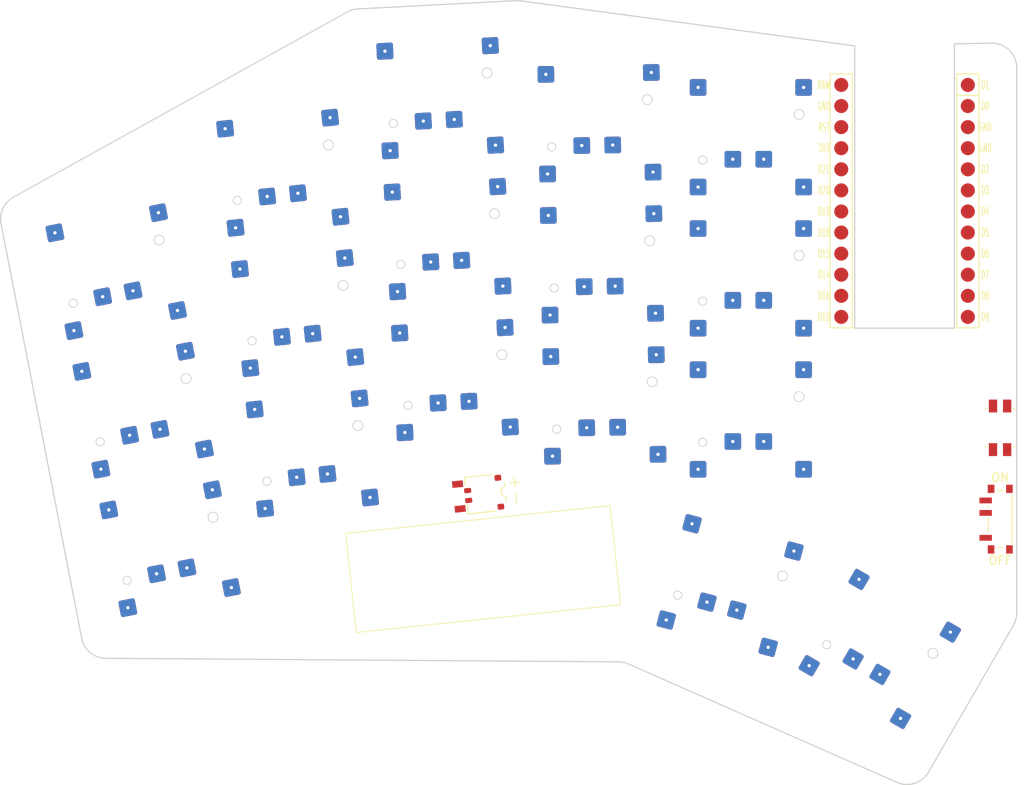
<source format=kicad_pcb>
(kicad_pcb (version 20240108) (generator "ergogen") (generator_version "4.1.0")
  (title_block (title "slimsplaydy_left_unrouted") (date "2025-05-27") (rev "v1.0.0") (company "Unknown"))
  (layers (0 "F.Cu" signal) (31 "B.Cu" signal) (34 "B.Paste" user) (35 "F.Paste" user) (36 "B.SilkS" user "B.Silkscreen") (37 "F.SilkS" user "F.Silkscreen") (38 "B.Mask" user) (39 "F.Mask" user) (44 "Edge.Cuts" user))
  (net 0 "")
  (net 1 "hand_pinky_bottom")
  (net 2 "GND")
  (net 3 "hand_pinky_home")
  (net 4 "hand_pinky_top")
  (net 5 "hand_ring_bottom")
  (net 6 "hand_ring_home")
  (net 7 "hand_ring_top")
  (net 8 "hand_middle_bottom")
  (net 9 "hand_middle_home")
  (net 10 "hand_middle_top")
  (net 11 "hand_index_bottom")
  (net 12 "hand_index_home")
  (net 13 "hand_index_top")
  (net 14 "hand_inner_bottom")
  (net 15 "hand_inner_home")
  (net 16 "hand_inner_top")
  (net 17 "thumb_near_fan")
  (net 18 "thumb_far_fan")
  (net 19 "RAW")
  (net 20 "RST")
  (net 21 "3V3")
  (net 22 "D1")
  (net 23 "P101")
  (net 24 "P102")
  (net 25 "P107")
  (net 26 "MCU1_24")
  (net 27 "MCU1_1")
  (net 28 "MCU1_23")
  (net 29 "MCU1_2")
  (net 30 "MCU1_22")
  (net 31 "MCU1_3")
  (net 32 "MCU1_21")
  (net 33 "MCU1_4")
  (net 34 "MCU1_20")
  (net 35 "MCU1_5")
  (net 36 "MCU1_19")
  (net 37 "MCU1_6")
  (net 38 "MCU1_18")
  (net 39 "MCU1_7")
  (net 40 "MCU1_17")
  (net 41 "MCU1_8")
  (net 42 "MCU1_16")
  (net 43 "MCU1_9")
  (net 44 "MCU1_15")
  (net 45 "MCU1_10")
  (net 46 "MCU1_14")
  (net 47 "MCU1_11")
  (net 48 "MCU1_13")
  (net 49 "MCU1_12")
  (net 50 "BAT_P")
  (footprint "PG1316S" (at 0 0 11) (layer "F.Cu")
    (property "Reference" "S1" hide)
    (fp_circle (center -5.8 2.75) (end -5.3 2.75) (stroke (width 0.1)) (fill none) (layer "Edge.Cuts"))
    (fp_circle (center 5.8 -2.75) (end 6.4 -2.75) (stroke (width 0.1)) (fill none) (layer "Edge.Cuts"))
    (pad "1" thru_hole roundrect (at -2.175 2.65 11) (size 2 2) (drill 0.4) (layers "F.Cu" "F.Paste" "F.Mask") (roundrect_rratio 0.125) (net 1 "hand_pinky_bottom"))
    (pad "2" thru_hole roundrect (at 1.55 2.65 11) (size 2 2) (drill 0.4) (layers "F.Cu" "F.Paste" "F.Mask") (roundrect_rratio 0.125) (net 2 "GND"))
    (pad "3" thru_hole roundrect (at -6.35 -6 11) (size 2 2) (drill 0.4) (layers "F.Cu" "F.Paste" "F.Mask") (roundrect_rratio 0.125))
    (pad "3" thru_hole roundrect (at -6.35 6 11) (size 2 2) (drill 0.4) (layers "F.Cu" "F.Paste" "F.Mask") (roundrect_rratio 0.125))
    (pad "3" thru_hole roundrect (at 6.35 -6 11) (size 2 2) (drill 0.4) (layers "F.Cu" "F.Paste" "F.Mask") (roundrect_rratio 0.125))
    (pad "3" thru_hole roundrect (at 6.35 6 11) (size 2 2) (drill 0.4) (layers "F.Cu" "F.Paste" "F.Mask") (roundrect_rratio 0.125))
  )
  (footprint "PG1316S" (at -3.2437529 -16.6876621 11) (layer "F.Cu")
    (property "Reference" "S2" hide)
    (fp_circle (center -5.8 2.75) (end -5.3 2.75) (stroke (width 0.1)) (fill none) (layer "Edge.Cuts"))
    (fp_circle (center 5.8 -2.75) (end 6.4 -2.75) (stroke (width 0.1)) (fill none) (layer "Edge.Cuts"))
    (pad "1" thru_hole roundrect (at -2.175 2.65 11) (size 2 2) (drill 0.4) (layers "F.Cu" "F.Paste" "F.Mask") (roundrect_rratio 0.125) (net 3 "hand_pinky_home"))
    (pad "2" thru_hole roundrect (at 1.55 2.65 11) (size 2 2) (drill 0.4) (layers "F.Cu" "F.Paste" "F.Mask") (roundrect_rratio 0.125) (net 2 "GND"))
    (pad "3" thru_hole roundrect (at -6.35 -6 11) (size 2 2) (drill 0.4) (layers "F.Cu" "F.Paste" "F.Mask") (roundrect_rratio 0.125))
    (pad "3" thru_hole roundrect (at -6.35 6 11) (size 2 2) (drill 0.4) (layers "F.Cu" "F.Paste" "F.Mask") (roundrect_rratio 0.125))
    (pad "3" thru_hole roundrect (at 6.35 -6 11) (size 2 2) (drill 0.4) (layers "F.Cu" "F.Paste" "F.Mask") (roundrect_rratio 0.125))
    (pad "3" thru_hole roundrect (at 6.35 6 11) (size 2 2) (drill 0.4) (layers "F.Cu" "F.Paste" "F.Mask") (roundrect_rratio 0.125))
  )
  (footprint "PG1316S" (at -6.4875058 -33.3753242 11) (layer "F.Cu")
    (property "Reference" "S3" hide)
    (fp_circle (center -5.8 2.75) (end -5.3 2.75) (stroke (width 0.1)) (fill none) (layer "Edge.Cuts"))
    (fp_circle (center 5.8 -2.75) (end 6.4 -2.75) (stroke (width 0.1)) (fill none) (layer "Edge.Cuts"))
    (pad "1" thru_hole roundrect (at -2.175 2.65 11) (size 2 2) (drill 0.4) (layers "F.Cu" "F.Paste" "F.Mask") (roundrect_rratio 0.125) (net 4 "hand_pinky_top"))
    (pad "2" thru_hole roundrect (at 1.55 2.65 11) (size 2 2) (drill 0.4) (layers "F.Cu" "F.Paste" "F.Mask") (roundrect_rratio 0.125) (net 2 "GND"))
    (pad "3" thru_hole roundrect (at -6.35 -6 11) (size 2 2) (drill 0.4) (layers "F.Cu" "F.Paste" "F.Mask") (roundrect_rratio 0.125))
    (pad "3" thru_hole roundrect (at -6.35 6 11) (size 2 2) (drill 0.4) (layers "F.Cu" "F.Paste" "F.Mask") (roundrect_rratio 0.125))
    (pad "3" thru_hole roundrect (at 6.35 -6 11) (size 2 2) (drill 0.4) (layers "F.Cu" "F.Paste" "F.Mask") (roundrect_rratio 0.125))
    (pad "3" thru_hole roundrect (at 6.35 6 11) (size 2 2) (drill 0.4) (layers "F.Cu" "F.Paste" "F.Mask") (roundrect_rratio 0.125))
  )
  (footprint "PG1316S" (at 17.1244445 -11.4783884 6) (layer "F.Cu")
    (property "Reference" "S4" hide)
    (fp_circle (center -5.8 2.75) (end -5.3 2.75) (stroke (width 0.1)) (fill none) (layer "Edge.Cuts"))
    (fp_circle (center 5.8 -2.75) (end 6.4 -2.75) (stroke (width 0.1)) (fill none) (layer "Edge.Cuts"))
    (pad "1" thru_hole roundrect (at -2.175 2.65 6) (size 2 2) (drill 0.4) (layers "F.Cu" "F.Paste" "F.Mask") (roundrect_rratio 0.125) (net 5 "hand_ring_bottom"))
    (pad "2" thru_hole roundrect (at 1.55 2.65 6) (size 2 2) (drill 0.4) (layers "F.Cu" "F.Paste" "F.Mask") (roundrect_rratio 0.125) (net 2 "GND"))
    (pad "3" thru_hole roundrect (at -6.35 -6 6) (size 2 2) (drill 0.4) (layers "F.Cu" "F.Paste" "F.Mask") (roundrect_rratio 0.125))
    (pad "3" thru_hole roundrect (at -6.35 6 6) (size 2 2) (drill 0.4) (layers "F.Cu" "F.Paste" "F.Mask") (roundrect_rratio 0.125))
    (pad "3" thru_hole roundrect (at 6.35 -6 6) (size 2 2) (drill 0.4) (layers "F.Cu" "F.Paste" "F.Mask") (roundrect_rratio 0.125))
    (pad "3" thru_hole roundrect (at 6.35 6 6) (size 2 2) (drill 0.4) (layers "F.Cu" "F.Paste" "F.Mask") (roundrect_rratio 0.125))
  )
  (footprint "PG1316S" (at 15.3474606 -28.3852606 6) (layer "F.Cu")
    (property "Reference" "S5" hide)
    (fp_circle (center -5.8 2.75) (end -5.3 2.75) (stroke (width 0.1)) (fill none) (layer "Edge.Cuts"))
    (fp_circle (center 5.8 -2.75) (end 6.4 -2.75) (stroke (width 0.1)) (fill none) (layer "Edge.Cuts"))
    (pad "1" thru_hole roundrect (at -2.175 2.65 6) (size 2 2) (drill 0.4) (layers "F.Cu" "F.Paste" "F.Mask") (roundrect_rratio 0.125) (net 6 "hand_ring_home"))
    (pad "2" thru_hole roundrect (at 1.55 2.65 6) (size 2 2) (drill 0.4) (layers "F.Cu" "F.Paste" "F.Mask") (roundrect_rratio 0.125) (net 2 "GND"))
    (pad "3" thru_hole roundrect (at -6.35 -6 6) (size 2 2) (drill 0.4) (layers "F.Cu" "F.Paste" "F.Mask") (roundrect_rratio 0.125))
    (pad "3" thru_hole roundrect (at -6.35 6 6) (size 2 2) (drill 0.4) (layers "F.Cu" "F.Paste" "F.Mask") (roundrect_rratio 0.125))
    (pad "3" thru_hole roundrect (at 6.35 -6 6) (size 2 2) (drill 0.4) (layers "F.Cu" "F.Paste" "F.Mask") (roundrect_rratio 0.125))
    (pad "3" thru_hole roundrect (at 6.35 6 6) (size 2 2) (drill 0.4) (layers "F.Cu" "F.Paste" "F.Mask") (roundrect_rratio 0.125))
  )
  (footprint "PG1316S" (at 13.5704767 -45.2921329 6) (layer "F.Cu")
    (property "Reference" "S6" hide)
    (fp_circle (center -5.8 2.75) (end -5.3 2.75) (stroke (width 0.1)) (fill none) (layer "Edge.Cuts"))
    (fp_circle (center 5.8 -2.75) (end 6.4 -2.75) (stroke (width 0.1)) (fill none) (layer "Edge.Cuts"))
    (pad "1" thru_hole roundrect (at -2.175 2.65 6) (size 2 2) (drill 0.4) (layers "F.Cu" "F.Paste" "F.Mask") (roundrect_rratio 0.125) (net 7 "hand_ring_top"))
    (pad "2" thru_hole roundrect (at 1.55 2.65 6) (size 2 2) (drill 0.4) (layers "F.Cu" "F.Paste" "F.Mask") (roundrect_rratio 0.125) (net 2 "GND"))
    (pad "3" thru_hole roundrect (at -6.35 -6 6) (size 2 2) (drill 0.4) (layers "F.Cu" "F.Paste" "F.Mask") (roundrect_rratio 0.125))
    (pad "3" thru_hole roundrect (at -6.35 6 6) (size 2 2) (drill 0.4) (layers "F.Cu" "F.Paste" "F.Mask") (roundrect_rratio 0.125))
    (pad "3" thru_hole roundrect (at 6.35 -6 6) (size 2 2) (drill 0.4) (layers "F.Cu" "F.Paste" "F.Mask") (roundrect_rratio 0.125))
    (pad "3" thru_hole roundrect (at 6.35 6 6) (size 2 2) (drill 0.4) (layers "F.Cu" "F.Paste" "F.Mask") (roundrect_rratio 0.125))
  )
  (footprint "PG1316S" (at 34.2941394 -20.321554 3) (layer "F.Cu")
    (property "Reference" "S7" hide)
    (fp_circle (center -5.8 2.75) (end -5.3 2.75) (stroke (width 0.1)) (fill none) (layer "Edge.Cuts"))
    (fp_circle (center 5.8 -2.75) (end 6.4 -2.75) (stroke (width 0.1)) (fill none) (layer "Edge.Cuts"))
    (pad "1" thru_hole roundrect (at -2.175 2.65 3) (size 2 2) (drill 0.4) (layers "F.Cu" "F.Paste" "F.Mask") (roundrect_rratio 0.125) (net 8 "hand_middle_bottom"))
    (pad "2" thru_hole roundrect (at 1.55 2.65 3) (size 2 2) (drill 0.4) (layers "F.Cu" "F.Paste" "F.Mask") (roundrect_rratio 0.125) (net 2 "GND"))
    (pad "3" thru_hole roundrect (at -6.35 -6 3) (size 2 2) (drill 0.4) (layers "F.Cu" "F.Paste" "F.Mask") (roundrect_rratio 0.125))
    (pad "3" thru_hole roundrect (at -6.35 6 3) (size 2 2) (drill 0.4) (layers "F.Cu" "F.Paste" "F.Mask") (roundrect_rratio 0.125))
    (pad "3" thru_hole roundrect (at 6.35 -6 3) (size 2 2) (drill 0.4) (layers "F.Cu" "F.Paste" "F.Mask") (roundrect_rratio 0.125))
    (pad "3" thru_hole roundrect (at 6.35 6 3) (size 2 2) (drill 0.4) (layers "F.Cu" "F.Paste" "F.Mask") (roundrect_rratio 0.125))
  )
  (footprint "PG1316S" (at 33.4044282 -37.2982561 3) (layer "F.Cu")
    (property "Reference" "S8" hide)
    (fp_circle (center -5.8 2.75) (end -5.3 2.75) (stroke (width 0.1)) (fill none) (layer "Edge.Cuts"))
    (fp_circle (center 5.8 -2.75) (end 6.4 -2.75) (stroke (width 0.1)) (fill none) (layer "Edge.Cuts"))
    (pad "1" thru_hole roundrect (at -2.175 2.65 3) (size 2 2) (drill 0.4) (layers "F.Cu" "F.Paste" "F.Mask") (roundrect_rratio 0.125) (net 9 "hand_middle_home"))
    (pad "2" thru_hole roundrect (at 1.55 2.65 3) (size 2 2) (drill 0.4) (layers "F.Cu" "F.Paste" "F.Mask") (roundrect_rratio 0.125) (net 2 "GND"))
    (pad "3" thru_hole roundrect (at -6.35 -6 3) (size 2 2) (drill 0.4) (layers "F.Cu" "F.Paste" "F.Mask") (roundrect_rratio 0.125))
    (pad "3" thru_hole roundrect (at -6.35 6 3) (size 2 2) (drill 0.4) (layers "F.Cu" "F.Paste" "F.Mask") (roundrect_rratio 0.125))
    (pad "3" thru_hole roundrect (at 6.35 -6 3) (size 2 2) (drill 0.4) (layers "F.Cu" "F.Paste" "F.Mask") (roundrect_rratio 0.125))
    (pad "3" thru_hole roundrect (at 6.35 6 3) (size 2 2) (drill 0.4) (layers "F.Cu" "F.Paste" "F.Mask") (roundrect_rratio 0.125))
  )
  (footprint "PG1316S" (at 32.5147169 -54.2749582 3) (layer "F.Cu")
    (property "Reference" "S9" hide)
    (fp_circle (center -5.8 2.75) (end -5.3 2.75) (stroke (width 0.1)) (fill none) (layer "Edge.Cuts"))
    (fp_circle (center 5.8 -2.75) (end 6.4 -2.75) (stroke (width 0.1)) (fill none) (layer "Edge.Cuts"))
    (pad "1" thru_hole roundrect (at -2.175 2.65 3) (size 2 2) (drill 0.4) (layers "F.Cu" "F.Paste" "F.Mask") (roundrect_rratio 0.125) (net 10 "hand_middle_top"))
    (pad "2" thru_hole roundrect (at 1.55 2.65 3) (size 2 2) (drill 0.4) (layers "F.Cu" "F.Paste" "F.Mask") (roundrect_rratio 0.125) (net 2 "GND"))
    (pad "3" thru_hole roundrect (at -6.35 -6 3) (size 2 2) (drill 0.4) (layers "F.Cu" "F.Paste" "F.Mask") (roundrect_rratio 0.125))
    (pad "3" thru_hole roundrect (at -6.35 6 3) (size 2 2) (drill 0.4) (layers "F.Cu" "F.Paste" "F.Mask") (roundrect_rratio 0.125))
    (pad "3" thru_hole roundrect (at 6.35 -6 3) (size 2 2) (drill 0.4) (layers "F.Cu" "F.Paste" "F.Mask") (roundrect_rratio 0.125))
    (pad "3" thru_hole roundrect (at 6.35 6 3) (size 2 2) (drill 0.4) (layers "F.Cu" "F.Paste" "F.Mask") (roundrect_rratio 0.125))
  )
  (footprint "PG1316S" (at 52.279089 -17.2586158 1) (layer "F.Cu")
    (property "Reference" "S10" hide)
    (fp_circle (center -5.8 2.75) (end -5.3 2.75) (stroke (width 0.1)) (fill none) (layer "Edge.Cuts"))
    (fp_circle (center 5.8 -2.75) (end 6.4 -2.75) (stroke (width 0.1)) (fill none) (layer "Edge.Cuts"))
    (pad "1" thru_hole roundrect (at -2.175 2.65 1) (size 2 2) (drill 0.4) (layers "F.Cu" "F.Paste" "F.Mask") (roundrect_rratio 0.125) (net 11 "hand_index_bottom"))
    (pad "2" thru_hole roundrect (at 1.55 2.65 1) (size 2 2) (drill 0.4) (layers "F.Cu" "F.Paste" "F.Mask") (roundrect_rratio 0.125) (net 2 "GND"))
    (pad "3" thru_hole roundrect (at -6.35 -6 1) (size 2 2) (drill 0.4) (layers "F.Cu" "F.Paste" "F.Mask") (roundrect_rratio 0.125))
    (pad "3" thru_hole roundrect (at -6.35 6 1) (size 2 2) (drill 0.4) (layers "F.Cu" "F.Paste" "F.Mask") (roundrect_rratio 0.125))
    (pad "3" thru_hole roundrect (at 6.35 -6 1) (size 2 2) (drill 0.4) (layers "F.Cu" "F.Paste" "F.Mask") (roundrect_rratio 0.125))
    (pad "3" thru_hole roundrect (at 6.35 6 1) (size 2 2) (drill 0.4) (layers "F.Cu" "F.Paste" "F.Mask") (roundrect_rratio 0.125))
  )
  (footprint "PG1316S" (at 51.982398 -34.2560266 1) (layer "F.Cu")
    (property "Reference" "S11" hide)
    (fp_circle (center -5.8 2.75) (end -5.3 2.75) (stroke (width 0.1)) (fill none) (layer "Edge.Cuts"))
    (fp_circle (center 5.8 -2.75) (end 6.4 -2.75) (stroke (width 0.1)) (fill none) (layer "Edge.Cuts"))
    (pad "1" thru_hole roundrect (at -2.175 2.65 1) (size 2 2) (drill 0.4) (layers "F.Cu" "F.Paste" "F.Mask") (roundrect_rratio 0.125) (net 12 "hand_index_home"))
    (pad "2" thru_hole roundrect (at 1.55 2.65 1) (size 2 2) (drill 0.4) (layers "F.Cu" "F.Paste" "F.Mask") (roundrect_rratio 0.125) (net 2 "GND"))
    (pad "3" thru_hole roundrect (at -6.35 -6 1) (size 2 2) (drill 0.4) (layers "F.Cu" "F.Paste" "F.Mask") (roundrect_rratio 0.125))
    (pad "3" thru_hole roundrect (at -6.35 6 1) (size 2 2) (drill 0.4) (layers "F.Cu" "F.Paste" "F.Mask") (roundrect_rratio 0.125))
    (pad "3" thru_hole roundrect (at 6.35 -6 1) (size 2 2) (drill 0.4) (layers "F.Cu" "F.Paste" "F.Mask") (roundrect_rratio 0.125))
    (pad "3" thru_hole roundrect (at 6.35 6 1) (size 2 2) (drill 0.4) (layers "F.Cu" "F.Paste" "F.Mask") (roundrect_rratio 0.125))
  )
  (footprint "PG1316S" (at 51.6857071 -51.2534375 1) (layer "F.Cu")
    (property "Reference" "S12" hide)
    (fp_circle (center -5.8 2.75) (end -5.3 2.75) (stroke (width 0.1)) (fill none) (layer "Edge.Cuts"))
    (fp_circle (center 5.8 -2.75) (end 6.4 -2.75) (stroke (width 0.1)) (fill none) (layer "Edge.Cuts"))
    (pad "1" thru_hole roundrect (at -2.175 2.65 1) (size 2 2) (drill 0.4) (layers "F.Cu" "F.Paste" "F.Mask") (roundrect_rratio 0.125) (net 13 "hand_index_top"))
    (pad "2" thru_hole roundrect (at 1.55 2.65 1) (size 2 2) (drill 0.4) (layers "F.Cu" "F.Paste" "F.Mask") (roundrect_rratio 0.125) (net 2 "GND"))
    (pad "3" thru_hole roundrect (at -6.35 -6 1) (size 2 2) (drill 0.4) (layers "F.Cu" "F.Paste" "F.Mask") (roundrect_rratio 0.125))
    (pad "3" thru_hole roundrect (at -6.35 6 1) (size 2 2) (drill 0.4) (layers "F.Cu" "F.Paste" "F.Mask") (roundrect_rratio 0.125))
    (pad "3" thru_hole roundrect (at 6.35 -6 1) (size 2 2) (drill 0.4) (layers "F.Cu" "F.Paste" "F.Mask") (roundrect_rratio 0.125))
    (pad "3" thru_hole roundrect (at 6.35 6 1) (size 2 2) (drill 0.4) (layers "F.Cu" "F.Paste" "F.Mask") (roundrect_rratio 0.125))
  )
  (footprint "PG1316S" (at 69.9113132 -15.5660828 0) (layer "F.Cu")
    (property "Reference" "S13" hide)
    (fp_circle (center -5.8 2.75) (end -5.3 2.75) (stroke (width 0.1)) (fill none) (layer "Edge.Cuts"))
    (fp_circle (center 5.8 -2.75) (end 6.4 -2.75) (stroke (width 0.1)) (fill none) (layer "Edge.Cuts"))
    (pad "1" thru_hole roundrect (at -2.175 2.65 0) (size 2 2) (drill 0.4) (layers "F.Cu" "F.Paste" "F.Mask") (roundrect_rratio 0.125) (net 14 "hand_inner_bottom"))
    (pad "2" thru_hole roundrect (at 1.55 2.65 0) (size 2 2) (drill 0.4) (layers "F.Cu" "F.Paste" "F.Mask") (roundrect_rratio 0.125) (net 2 "GND"))
    (pad "3" thru_hole roundrect (at -6.35 -6 0) (size 2 2) (drill 0.4) (layers "F.Cu" "F.Paste" "F.Mask") (roundrect_rratio 0.125))
    (pad "3" thru_hole roundrect (at -6.35 6 0) (size 2 2) (drill 0.4) (layers "F.Cu" "F.Paste" "F.Mask") (roundrect_rratio 0.125))
    (pad "3" thru_hole roundrect (at 6.35 -6 0) (size 2 2) (drill 0.4) (layers "F.Cu" "F.Paste" "F.Mask") (roundrect_rratio 0.125))
    (pad "3" thru_hole roundrect (at 6.35 6 0) (size 2 2) (drill 0.4) (layers "F.Cu" "F.Paste" "F.Mask") (roundrect_rratio 0.125))
  )
  (footprint "PG1316S" (at 69.9113132 -32.5660828 0) (layer "F.Cu")
    (property "Reference" "S14" hide)
    (fp_circle (center -5.8 2.75) (end -5.3 2.75) (stroke (width 0.1)) (fill none) (layer "Edge.Cuts"))
    (fp_circle (center 5.8 -2.75) (end 6.4 -2.75) (stroke (width 0.1)) (fill none) (layer "Edge.Cuts"))
    (pad "1" thru_hole roundrect (at -2.175 2.65 0) (size 2 2) (drill 0.4) (layers "F.Cu" "F.Paste" "F.Mask") (roundrect_rratio 0.125) (net 15 "hand_inner_home"))
    (pad "2" thru_hole roundrect (at 1.55 2.65 0) (size 2 2) (drill 0.4) (layers "F.Cu" "F.Paste" "F.Mask") (roundrect_rratio 0.125) (net 2 "GND"))
    (pad "3" thru_hole roundrect (at -6.35 -6 0) (size 2 2) (drill 0.4) (layers "F.Cu" "F.Paste" "F.Mask") (roundrect_rratio 0.125))
    (pad "3" thru_hole roundrect (at -6.35 6 0) (size 2 2) (drill 0.4) (layers "F.Cu" "F.Paste" "F.Mask") (roundrect_rratio 0.125))
    (pad "3" thru_hole roundrect (at 6.35 -6 0) (size 2 2) (drill 0.4) (layers "F.Cu" "F.Paste" "F.Mask") (roundrect_rratio 0.125))
    (pad "3" thru_hole roundrect (at 6.35 6 0) (size 2 2) (drill 0.4) (layers "F.Cu" "F.Paste" "F.Mask") (roundrect_rratio 0.125))
  )
  (footprint "PG1316S" (at 69.9113132 -49.5660828 0) (layer "F.Cu")
    (property "Reference" "S15" hide)
    (fp_circle (center -5.8 2.75) (end -5.3 2.75) (stroke (width 0.1)) (fill none) (layer "Edge.Cuts"))
    (fp_circle (center 5.8 -2.75) (end 6.4 -2.75) (stroke (width 0.1)) (fill none) (layer "Edge.Cuts"))
    (pad "1" thru_hole roundrect (at -2.175 2.65 0) (size 2 2) (drill 0.4) (layers "F.Cu" "F.Paste" "F.Mask") (roundrect_rratio 0.125) (net 16 "hand_inner_top"))
    (pad "2" thru_hole roundrect (at 1.55 2.65 0) (size 2 2) (drill 0.4) (layers "F.Cu" "F.Paste" "F.Mask") (roundrect_rratio 0.125) (net 2 "GND"))
    (pad "3" thru_hole roundrect (at -6.35 -6 0) (size 2 2) (drill 0.4) (layers "F.Cu" "F.Paste" "F.Mask") (roundrect_rratio 0.125))
    (pad "3" thru_hole roundrect (at -6.35 6 0) (size 2 2) (drill 0.4) (layers "F.Cu" "F.Paste" "F.Mask") (roundrect_rratio 0.125))
    (pad "3" thru_hole roundrect (at 6.35 -6 0) (size 2 2) (drill 0.4) (layers "F.Cu" "F.Paste" "F.Mask") (roundrect_rratio 0.125))
    (pad "3" thru_hole roundrect (at 6.35 6 0) (size 2 2) (drill 0.4) (layers "F.Cu" "F.Paste" "F.Mask") (roundrect_rratio 0.125))
  )
  (footprint "PG1316S" (at 67.4113132 4.4339172 -15) (layer "F.Cu")
    (property "Reference" "S16" hide)
    (fp_circle (center -5.8 2.75) (end -5.3 2.75) (stroke (width 0.1)) (fill none) (layer "Edge.Cuts"))
    (fp_circle (center 5.8 -2.75) (end 6.4 -2.75) (stroke (width 0.1)) (fill none) (layer "Edge.Cuts"))
    (pad "1" thru_hole roundrect (at -2.175 2.65 -15) (size 2 2) (drill 0.4) (layers "F.Cu" "F.Paste" "F.Mask") (roundrect_rratio 0.125) (net 17 "thumb_near_fan"))
    (pad "2" thru_hole roundrect (at 1.55 2.65 -15) (size 2 2) (drill 0.4) (layers "F.Cu" "F.Paste" "F.Mask") (roundrect_rratio 0.125) (net 2 "GND"))
    (pad "3" thru_hole roundrect (at -6.35 -6 -15) (size 2 2) (drill 0.4) (layers "F.Cu" "F.Paste" "F.Mask") (roundrect_rratio 0.125))
    (pad "3" thru_hole roundrect (at -6.35 6 -15) (size 2 2) (drill 0.4) (layers "F.Cu" "F.Paste" "F.Mask") (roundrect_rratio 0.125))
    (pad "3" thru_hole roundrect (at 6.35 -6 -15) (size 2 2) (drill 0.4) (layers "F.Cu" "F.Paste" "F.Mask") (roundrect_rratio 0.125))
    (pad "3" thru_hole roundrect (at 6.35 6 -15) (size 2 2) (drill 0.4) (layers "F.Cu" "F.Paste" "F.Mask") (roundrect_rratio 0.125))
  )
  (footprint "PG1316S" (at 85.4301285 12.0658917 -30) (layer "F.Cu")
    (property "Reference" "S17" hide)
    (fp_circle (center -5.8 2.75) (end -5.3 2.75) (stroke (width 0.1)) (fill none) (layer "Edge.Cuts"))
    (fp_circle (center 5.8 -2.75) (end 6.4 -2.75) (stroke (width 0.1)) (fill none) (layer "Edge.Cuts"))
    (pad "1" thru_hole roundrect (at -2.175 2.65 -30) (size 2 2) (drill 0.4) (layers "F.Cu" "F.Paste" "F.Mask") (roundrect_rratio 0.125) (net 18 "thumb_far_fan"))
    (pad "2" thru_hole roundrect (at 1.55 2.65 -30) (size 2 2) (drill 0.4) (layers "F.Cu" "F.Paste" "F.Mask") (roundrect_rratio 0.125) (net 2 "GND"))
    (pad "3" thru_hole roundrect (at -6.35 -6 -30) (size 2 2) (drill 0.4) (layers "F.Cu" "F.Paste" "F.Mask") (roundrect_rratio 0.125))
    (pad "3" thru_hole roundrect (at -6.35 6 -30) (size 2 2) (drill 0.4) (layers "F.Cu" "F.Paste" "F.Mask") (roundrect_rratio 0.125))
    (pad "3" thru_hole roundrect (at 6.35 -6 -30) (size 2 2) (drill 0.4) (layers "F.Cu" "F.Paste" "F.Mask") (roundrect_rratio 0.125))
    (pad "3" thru_hole roundrect (at 6.35 6 -30) (size 2 2) (drill 0.4) (layers "F.Cu" "F.Paste" "F.Mask") (roundrect_rratio 0.125))
  )
  (footprint "ceoloide:mcu_nice_nano" (layer "F.Cu") (at 88.4113132 -43.1660828 0)
    (property "Reference" "MCU1" hide)
    (pad "24" smd circle (at -7.62 -12.7 0) (size 1.7 1.7) (drill 1) (layers "F.Cu" "F.Mask" "F.Paste") (net 19 "RAW"))
    (pad "1" smd circle (at 7.62 -12.7 0) (size 1.7 1.7) (drill 1) (layers "F.Cu" "F.Mask" "F.Paste") (net 22 "D1"))
    (fp_text user "RAW" (at -9.7 -12.7 0) (layer "F.SilkS") (effects (font (size 1 .5) (thickness 0.1))))
    (fp_text user "D1" (at 9.7 -12.7 0) (layer "F.SilkS") (effects (font (size 1 .5) (thickness 0.1))))
    (pad "23" smd circle (at -7.62 -10.16 0) (size 1.7 1.7) (drill 1) (layers "F.Cu" "F.Mask" "F.Paste") (net 2 "GND"))
    (pad "2" smd circle (at 7.62 -10.16 0) (size 1.7 1.7) (drill 1) (layers "F.Cu" "F.Mask" "F.Paste") (net 18 "thumb_far_fan"))
    (fp_text user "GND" (at -9.7 -10.16 0) (layer "F.SilkS") (effects (font (size 1 .5) (thickness 0.1))))
    (fp_text user "D0" (at 9.7 -10.16 0) (layer "F.SilkS") (effects (font (size 1 .5) (thickness 0.1))))
    (pad "22" smd circle (at -7.62 -7.619999999999999 0) (size 1.7 1.7) (drill 1) (layers "F.Cu" "F.Mask" "F.Paste") (net 20 "RST"))
    (pad "3" smd circle (at 7.62 -7.619999999999999 0) (size 1.7 1.7) (drill 1) (layers "F.Cu" "F.Mask" "F.Paste") (net 2 "GND"))
    (fp_text user "RST" (at -9.7 -7.619999999999999 0) (layer "F.SilkS") (effects (font (size 1 .5) (thickness 0.1))))
    (fp_text user "GND" (at 9.7 -7.619999999999999 0) (layer "F.SilkS") (effects (font (size 1 .5) (thickness 0.1))))
    (pad "21" smd circle (at -7.62 -5.079999999999999 0) (size 1.7 1.7) (drill 1) (layers "F.Cu" "F.Mask" "F.Paste") (net 21 "3V3"))
    (pad "4" smd circle (at 7.62 -5.079999999999999 0) (size 1.7 1.7) (drill 1) (layers "F.Cu" "F.Mask" "F.Paste") (net 2 "GND"))
    (fp_text user "3V3" (at -9.7 -5.079999999999999 0) (layer "F.SilkS") (effects (font (size 1 .5) (thickness 0.1))))
    (fp_text user "GND" (at 9.7 -5.079999999999999 0) (layer "F.SilkS") (effects (font (size 1 .5) (thickness 0.1))))
    (pad "20" smd circle (at -7.62 -2.539999999999999 0) (size 1.7 1.7) (drill 1) (layers "F.Cu" "F.Mask" "F.Paste") (net 16 "hand_inner_top"))
    (pad "5" smd circle (at 7.62 -2.539999999999999 0) (size 1.7 1.7) (drill 1) (layers "F.Cu" "F.Mask" "F.Paste") (net 17 "thumb_near_fan"))
    (fp_text user "D21" (at -9.7 -2.539999999999999 0) (layer "F.SilkS") (effects (font (size 1 .5) (thickness 0.1))))
    (fp_text user "D2" (at 9.7 -2.539999999999999 0) (layer "F.SilkS") (effects (font (size 1 .5) (thickness 0.1))))
    (pad "19" smd circle (at -7.62 0 0) (size 1.7 1.7) (drill 1) (layers "F.Cu" "F.Mask" "F.Paste") (net 13 "hand_index_top"))
    (pad "6" smd circle (at 7.62 0 0) (size 1.7 1.7) (drill 1) (layers "F.Cu" "F.Mask" "F.Paste") (net 1 "hand_pinky_bottom"))
    (fp_text user "D20" (at -9.7 0 0) (layer "F.SilkS") (effects (font (size 1 .5) (thickness 0.1))))
    (fp_text user "D3" (at 9.7 0 0) (layer "F.SilkS") (effects (font (size 1 .5) (thickness 0.1))))
    (pad "18" smd circle (at -7.62 2.540000000000001 0) (size 1.7 1.7) (drill 1) (layers "F.Cu" "F.Mask" "F.Paste") (net 10 "hand_middle_top"))
    (pad "7" smd circle (at 7.62 2.540000000000001 0) (size 1.7 1.7) (drill 1) (layers "F.Cu" "F.Mask" "F.Paste") (net 5 "hand_ring_bottom"))
    (fp_text user "D19" (at -9.7 2.540000000000001 0) (layer "F.SilkS") (effects (font (size 1 .5) (thickness 0.1))))
    (fp_text user "D4" (at 9.7 2.540000000000001 0) (layer "F.SilkS") (effects (font (size 1 .5) (thickness 0.1))))
    (pad "17" smd circle (at -7.62 5.080000000000002 0) (size 1.7 1.7) (drill 1) (layers "F.Cu" "F.Mask" "F.Paste") (net 9 "hand_middle_home"))
    (pad "8" smd circle (at 7.62 5.080000000000002 0) (size 1.7 1.7) (drill 1) (layers "F.Cu" "F.Mask" "F.Paste") (net 14 "hand_inner_bottom"))
    (fp_text user "D18" (at -9.7 5.080000000000002 0) (layer "F.SilkS") (effects (font (size 1 .5) (thickness 0.1))))
    (fp_text user "D5" (at 9.7 5.080000000000002 0) (layer "F.SilkS") (effects (font (size 1 .5) (thickness 0.1))))
    (pad "16" smd circle (at -7.62 7.620000000000001 0) (size 1.7 1.7) (drill 1) (layers "F.Cu" "F.Mask" "F.Paste") (net 12 "hand_index_home"))
    (pad "9" smd circle (at 7.62 7.620000000000001 0) (size 1.7 1.7) (drill 1) (layers "F.Cu" "F.Mask" "F.Paste") (net 11 "hand_index_bottom"))
    (fp_text user "D15" (at -9.7 7.620000000000001 0) (layer "F.SilkS") (effects (font (size 1 .5) (thickness 0.1))))
    (fp_text user "D6" (at 9.7 7.620000000000001 0) (layer "F.SilkS") (effects (font (size 1 .5) (thickness 0.1))))
    (pad "15" smd circle (at -7.62 10.16 0) (size 1.7 1.7) (drill 1) (layers "F.Cu" "F.Mask" "F.Paste") (net 15 "hand_inner_home"))
    (pad "10" smd circle (at 7.62 10.16 0) (size 1.7 1.7) (drill 1) (layers "F.Cu" "F.Mask" "F.Paste") (net 3 "hand_pinky_home"))
    (fp_text user "D14" (at -9.7 10.16 0) (layer "F.SilkS") (effects (font (size 1 .5) (thickness 0.1))))
    (fp_text user "D7" (at 9.7 10.16 0) (layer "F.SilkS") (effects (font (size 1 .5) (thickness 0.1))))
    (pad "14" smd circle (at -7.62 12.7 0) (size 1.7 1.7) (drill 1) (layers "F.Cu" "F.Mask" "F.Paste") (net 7 "hand_ring_top"))
    (pad "11" smd circle (at 7.62 12.7 0) (size 1.7 1.7) (drill 1) (layers "F.Cu" "F.Mask" "F.Paste") (net 8 "hand_middle_bottom"))
    (fp_text user "D16" (at -9.7 12.7 0) (layer "F.SilkS") (effects (font (size 1 .5) (thickness 0.1))))
    (fp_text user "D8" (at 9.7 12.7 0) (layer "F.SilkS") (effects (font (size 1 .5) (thickness 0.1))))
    (pad "13" smd circle (at -7.62 15.240000000000002 0) (size 1.7 1.7) (drill 1) (layers "F.Cu" "F.Mask" "F.Paste") (net 6 "hand_ring_home"))
    (pad "12" smd circle (at 7.62 15.240000000000002 0) (size 1.7 1.7) (drill 1) (layers "F.Cu" "F.Mask" "F.Paste") (net 4 "hand_pinky_top"))
    (fp_text user "D10" (at -9.7 15.240000000000002 0) (layer "F.SilkS") (effects (font (size 1 .5) (thickness 0.1))))
    (fp_text user "D9" (at 9.7 15.240000000000002 0) (layer "F.SilkS") (effects (font (size 1 .5) (thickness 0.1))))
    (fp_line (start 6.29 -14.03) (end 8.95 -14.03) (layer "F.SilkS") (stroke (width 0.12)))
    (fp_line (start 6.29 -14.03) (end 6.29 16.57) (layer "F.SilkS") (stroke (width 0.12)))
    (fp_line (start 6.29 16.57) (end 8.95 16.57) (layer "F.SilkS") (stroke (width 0.12)))
    (fp_line (start -6.29 -14.03) (end -6.29 16.57) (layer "F.SilkS") (stroke (width 0.12)))
    (fp_line (start 8.95 -14.03) (end 8.95 16.57) (layer "F.SilkS") (stroke (width 0.12)))
    (fp_line (start -8.95 -14.03) (end -6.29 -14.03) (layer "F.SilkS") (stroke (width 0.12)))
    (fp_line (start -8.95 -14.03) (end -8.95 16.57) (layer "F.SilkS") (stroke (width 0.12)))
    (fp_line (start -8.95 16.57) (end -6.29 16.57) (layer "F.SilkS") (stroke (width 0.12)))
    (fp_line (start 6.29 -11.43) (end 8.95 -11.43) (layer "F.SilkS") (stroke (width 0.12)))
  )
  (footprint "ceoloide:power_switch_smd_side" (layer "F.Cu") (at 99.9113132 -3.5660828 0)
    (property "Reference" "PWR1" hide)
    (pad "" smd rect (at 1.125 -3.65 90) (size 1 0.8) (layers "F.Cu" "F.Paste" "F.Mask"))
    (pad "" smd rect (at -1.085 -3.65 90) (size 1 0.8) (layers "F.Cu" "F.Paste" "F.Mask"))
    (pad "" smd rect (at -1.085 3.65 90) (size 1 0.8) (layers "F.Cu" "F.Paste" "F.Mask"))
    (pad "" smd rect (at 1.125 3.65 90) (size 1 0.8) (layers "F.Cu" "F.Paste" "F.Mask"))
    (pad "1" smd rect (at -1.735 2.25 90) (size 0.7 1.5) (layers "F.Cu" "F.Paste" "F.Mask"))
    (pad "2" smd rect (at -1.735 -0.75 90) (size 0.7 1.5) (layers "F.Cu" "F.Paste" "F.Mask") (net 50 "BAT_P"))
    (pad "3" smd rect (at -1.735 -2.25 90) (size 0.7 1.5) (layers "F.Cu" "F.Paste" "F.Mask") (net 19 "RAW"))
    (fp_text user "ON" (at 0 -5 0) (layer "F.SilkS"))
    (fp_text user "OFF" (at 0 5 0) (layer "F.SilkS"))
    (fp_line (start 0.415 -3.45) (end -0.375 -3.45) (layer "F.SilkS") (stroke (width 0.12)))
    (fp_line (start -0.375 3.45) (end 0.415 3.45) (layer "F.SilkS") (stroke (width 0.12)))
    (fp_line (start -1.425 1.6) (end -1.425 -0.1) (layer "F.SilkS") (stroke (width 0.12)))
    (fp_line (start 1.425 2.85) (end 1.425 -2.85) (layer "F.SilkS") (stroke (width 0.12)))
    (fp_line (start -1.425 -1.4) (end -1.425 -1.6) (layer "F.SilkS") (stroke (width 0.12)))
    (pad "" np_thru_hole circle (at 0.025 -1.5 90) (size 0.9 0.9) (drill 0.9) (layers "*.Cu" "*.Mask"))
    (pad "" np_thru_hole circle (at 0.025 1.5 90) (size 0.9 0.9) (drill 0.9) (layers "*.Cu" "*.Mask"))
  )
  (footprint "ceoloide:reset_switch_smd_side" (layer "F.Cu") (at 99.9113132 -14.5660828 -90)
    (property "Reference" "RST1" hide)
    (pad "1" smd rect (at 2.625 -0.85 90) (size 1.55 1) (layers "F.Cu" "F.Paste" "F.Mask") (net 2 "GND"))
    (pad "2" smd rect (at 2.625 0.85 90) (size 1.55 1) (layers "F.Cu" "F.Paste" "F.Mask") (net 20 "RST"))
    (pad "3" smd rect (at -2.625 -0.85 90) (size 1.55 1) (layers "F.Cu" "F.Paste" "F.Mask") (net 2 "GND"))
    (pad "4" smd rect (at -2.625 0.85 90) (size 1.55 1) (layers "F.Cu" "F.Paste" "F.Mask") (net 20 "RST"))
    (fp_line (start -2.35 -1.5) (end -2.35 -1.75) (stroke (width 0.1)) (layer "F.SilkS"))
    (fp_line (start -2.35 1.5) (end -2.35 1.75) (stroke (width 0.1)) (layer "F.SilkS"))
    (fp_line (start -2.1 -1.75) (end -2.35 -1.75) (stroke (width 0.1)) (layer "F.SilkS"))
    (fp_line (start -2.1 1.75) (end -2.35 1.75) (stroke (width 0.1)) (layer "F.SilkS"))
    (fp_line (start 2.1 -1.75) (end 2.35 -1.75) (stroke (width 0.1)) (layer "F.SilkS"))
    (fp_line (start 2.1 1.75) (end 2.35 1.75) (stroke (width 0.1)) (layer "F.SilkS"))
    (fp_line (start 2.35 -1.5) (end 2.35 -1.75) (stroke (width 0.1)) (layer "F.SilkS"))
    (fp_line (start 2.35 1.5) (end 2.35 1.75) (stroke (width 0.1)) (layer "F.SilkS"))
  )
  (footprint "ceoloide:battery_connector_molex_pico_ezmate_1x02" (layer "F.Cu") (at 37.7465817 -6.6073044 96)
    (property "Reference" "CONN1" hide)
    (pad "" smd roundrect (at 1.75 1.9 96) (size 0.7 0.8) (layers "F.Cu" "F.Paste" "F.Mask"))
    (pad "" smd roundrect (at -1.75 1.9 96) (size 0.7 0.8) (layers "F.Cu" "F.Paste" "F.Mask"))
    (pad "2" smd roundrect (at 0.6 -1.875 96) (size 0.6 0.85) (layers "F.Cu" "F.Paste" "F.Mask") (net 50 "BAT_P"))
    (pad "1" smd roundrect (at -0.6 -1.875 96) (size 0.6 0.85) (layers "F.Cu" "F.Paste" "F.Mask") (net 2 "GND"))
    (fp_line (start 0.5 3.85) (end 1.5 3.85) (layer "F.SilkS") (stroke (width 0.12)))
    (fp_line (start 1 4.35) (end 1 3.35) (layer "F.SilkS") (stroke (width 0.12)))
    (fp_line (start -0.5 3.85) (end -1.5 3.85) (layer "F.SilkS") (stroke (width 0.12)))
    (fp_line (start 0.64 2.63) (end 1.14 2.63) (layer "F.SilkS") (stroke (width 0.12)))
    (fp_line (start 0.34 2.13) (end 0.64 2.63) (layer "F.SilkS") (stroke (width 0.12)))
    (fp_line (start -0.34 2.13) (end 0.34 2.13) (layer "F.SilkS") (stroke (width 0.12)))
    (fp_line (start -0.64 2.63) (end -0.34 2.13) (layer "F.SilkS") (stroke (width 0.12)))
    (fp_line (start -1.16 -2.09) (end -1.16 -2.3) (layer "F.SilkS") (stroke (width 0.12)))
    (fp_line (start -2.21 -2.09) (end -1.16 -2.09) (layer "F.SilkS") (stroke (width 0.12)))
    (fp_line (start -2.21 1.24) (end -2.21 -2.09) (layer "F.SilkS") (stroke (width 0.12)))
    (fp_line (start -1.14 2.63) (end -0.64 2.63) (layer "F.SilkS") (stroke (width 0.12)))
    (fp_line (start 2.21 -2.09) (end 1.16 -2.09) (layer "F.SilkS") (stroke (width 0.12)))
    (fp_line (start 2.21 1.24) (end 2.21 -2.09) (layer "F.SilkS") (stroke (width 0.12)))
  )
  (module SMDPad (layer F.Cu) (at 34.606223299999996 -7.7855019 6)
    (fp_text reference "PAD1" hide)
    (fp_text value "" hide)
    (pad 1 smd rect (at 0 0 6) (size 1.3 0.8) (layers F.Cu F.Paste F.Mask) (net 50 "BAT_P"))
  )
  (module SMDPad (layer F.Cu) (at 34.919808700000004 -4.8019362 6)
    (fp_text reference "PAD2" hide)
    (fp_text value "" hide)
    (pad 1 smd rect (at 0 0 6) (size 1.3 0.8) (layers F.Cu F.Paste F.Mask) (net 2 "GND"))
  )
  (footprint "Battery_301230" (at 37.6928159 2.4479211000000003 6) (layer "F.Cu")
    (property "Reference" "XX1" hide)
    (fp_rect (start -16 -6) (end 16 6) (stroke (width 0.1)) (fill no) (layer "F.SilkS"))
  )
  (footprint "ceoloide:mounting_hole_npth" (layer "F.Cu") (at 99.71131319999999 -57.5660828 0)
    (property "Reference" "MH1" hide)
    (pad "" np_thru_hole circle (at 0 0 0) (size 1.2 1.2) (drill 1.2) (layers "*.Cu" "*.Mask"))
  )
  (footprint "ceoloide:mounting_hole_npth" (layer "F.Cu") (at 81.9113132 -22.5660828 0)
    (property "Reference" "MH2" hide)
    (pad "" np_thru_hole circle (at 0 0 0) (size 2.2 2.2) (drill 2.2) (layers "*.Cu" "*.Mask"))
  )
  (footprint "ceoloide:mounting_hole_npth" (layer "F.Cu") (at 97.9113132 -22.5660828 0)
    (property "Reference" "MH3" hide)
    (pad "" np_thru_hole circle (at 0 0 0) (size 2.2 2.2) (drill 2.2) (layers "*.Cu" "*.Mask"))
  )
  (footprint "ceoloide:mounting_hole_npth" (layer "F.Cu") (at 82.9113132 -5.5660828 0)
    (property "Reference" "MH4" hide)
    (pad "" np_thru_hole circle (at 0 0 0) (size 2.2 2.2) (drill 2.2) (layers "*.Cu" "*.Mask"))
  )
  (footprint "ceoloide:mounting_hole_npth" (layer "F.Cu") (at 97.9113132 5.4339172 0)
    (property "Reference" "MH5" hide)
    (pad "" np_thru_hole circle (at 0 0 0) (size 2.2 2.2) (drill 2.2) (layers "*.Cu" "*.Mask"))
  )
  (footprint "ceoloide:mounting_hole_npth" (layer "F.Cu") (at 88.84038249999999 26.1591584 -30)
    (property "Reference" "MH6" hide)
    (pad "" np_thru_hole circle (at 0 0 -30) (size 1.2 1.2) (drill 1.2) (layers "*.Cu" "*.Mask"))
  )
  (footprint "ceoloide:mounting_hole_npth" (layer "F.Cu") (at 72.567618 18.0318038 -15)
    (property "Reference" "MH7" hide)
    (pad "" np_thru_hole circle (at 0 0 -15) (size 2.2 2.2) (drill 2.2) (layers "*.Cu" "*.Mask"))
  )
  (footprint "ceoloide:mounting_hole_npth" (layer "F.Cu") (at 53.007869 9.8920116 -15)
    (property "Reference" "MH8" hide)
    (pad "" np_thru_hole circle (at 0 0 -15) (size 2.2 2.2) (drill 2.2) (layers "*.Cu" "*.Mask"))
  )
  (footprint "ceoloide:mounting_hole_npth" (layer "F.Cu") (at 57.911313199999995 -5.5660828 0)
    (property "Reference" "MH9" hide)
    (pad "" np_thru_hole circle (at 0 0 0) (size 2.2 2.2) (drill 2.2) (layers "*.Cu" "*.Mask"))
  )
  (footprint "ceoloide:mounting_hole_npth" (layer "F.Cu") (at 29.4297084 -8.050151799999998 3)
    (property "Reference" "MH10" hide)
    (pad "" np_thru_hole circle (at 0 0 3) (size 2.2 2.2) (drill 2.2) (layers "*.Cu" "*.Mask"))
  )
  (footprint "ceoloide:mounting_hole_npth" (layer "F.Cu") (at 12.4116547 1.0830450999999996 6)
    (property "Reference" "MH11" hide)
    (pad "" np_thru_hole circle (at 0 0 6) (size 2.2 2.2) (drill 2.2) (layers "*.Cu" "*.Mask"))
  )
  (footprint "ceoloide:mounting_hole_npth" (layer "F.Cu") (at 18.1865519 9.7082095 11)
    (property "Reference" "MH12" hide)
    (pad "" np_thru_hole circle (at 0 0 11) (size 2.2 2.2) (drill 2.2) (layers "*.Cu" "*.Mask"))
  )
  (footprint "ceoloide:mounting_hole_npth" (layer "F.Cu") (at -8.1999118 11.27171 11)
    (property "Reference" "MH13" hide)
    (pad "" np_thru_hole circle (at 0 0 11) (size 1.2 1.2) (drill 1.2) (layers "*.Cu" "*.Mask"))
  )
  (footprint "ceoloide:mounting_hole_npth" (layer "F.Cu") (at -13.2563502 -14.7414103 11)
    (property "Reference" "MH14" hide)
    (pad "" np_thru_hole circle (at 0 0 11) (size 1.2 1.2) (drill 1.2) (layers "*.Cu" "*.Mask"))
  )
  (footprint "ceoloide:mounting_hole_npth" (layer "F.Cu") (at -17.835766 -38.300462700000004 11)
    (property "Reference" "MH15" hide)
    (pad "" np_thru_hole circle (at 0 0 11) (size 1.2 1.2) (drill 1.2) (layers "*.Cu" "*.Mask"))
  )
  (footprint "ceoloide:mounting_hole_npth" (layer "F.Cu") (at -0.7709437000000001 -47.806822 6)
    (property "Reference" "MH16" hide)
    (pad "" np_thru_hole circle (at 0 0 6) (size 2.2 2.2) (drill 2.2) (layers "*.Cu" "*.Mask"))
  )
  (footprint "ceoloide:mounting_hole_npth" (layer "F.Cu") (at 20.217146700000004 -59.6387039 3)
    (property "Reference" "MH17" hide)
    (pad "" np_thru_hole circle (at 0 0 3) (size 2.2 2.2) (drill 2.2) (layers "*.Cu" "*.Mask"))
  )
  (footprint "ceoloide:mounting_hole_npth" (layer "F.Cu") (at 44.0795837 -62.892026 3)
    (property "Reference" "MH18" hide)
    (pad "" np_thru_hole circle (at 0 0 3) (size 2.2 2.2) (drill 2.2) (layers "*.Cu" "*.Mask"))
  )
  (footprint "ceoloide:mounting_hole_npth" (layer "F.Cu") (at 70.9113132 -59.8660828 0)
    (property "Reference" "MH19" hide)
    (pad "" np_thru_hole circle (at 0 0 0) (size 1.2 1.2) (drill 1.2) (layers "*.Cu" "*.Mask"))
  )
  (footprint "ceoloide:mounting_hole_npth" (layer "F.Cu") (at 5.0543216 -27.978453000000002 11)
    (property "Reference" "MH20" hide)
    (pad "" np_thru_hole circle (at 0 0 11) (size 1.2 1.2) (drill 1.2) (layers "*.Cu" "*.Mask"))
  )
  (gr_line (start 101.50894127497413 9.230365401305221) (end 91.30166638833646 26.89769702383336) (layer Edge.Cuts) (stroke (width 0.15)))
  (gr_line (start 87.49328963399995 28.14175043373065) (end 55.16306180373915 13.880831877134074) (layer Edge.Cuts) (stroke (width 0.15)))
  (gr_line (start 53.97301852368183 13.62573263103292) (end -7.715828637378133 13.199959984802533) (layer Edge.Cuts) (stroke (width 0.15)))
  (gr_line (start -10.640004838073061 10.772458485487931) (end -20.34559893242267 -39.15849481169394) (layer Edge.Cuts) (stroke (width 0.15)))
  (gr_line (start -18.856055132422675 -42.354276911693965) (end 21.333514132752413 -64.64992417048128) (layer Edge.Cuts) (stroke (width 0.15)))
  (gr_line (start 22.631843927799892 -65.02245766498096) (end 41.63200045977378 -66.01821365095863) (layer Edge.Cuts) (stroke (width 0.15)))
  (gr_line (start 42.190327462936764 -65.9953610432019) (end 82.18091137492401 -60.59718386809059) (layer Edge.Cuts) (stroke (width 0.15)))
  (gr_line (start 94.4113132 -60.81223664615384) (end 98.8497877020504 -60.903282276965136) (layer Edge.Cuts) (stroke (width 0.15)))
  (gr_line (start 101.9113132 -57.90391327692307) (end 101.9113132 7.7295895579890725) (layer Edge.Cuts) (stroke (width 0.15)))
  (gr_arc (start 87.49328961336235 28.14175048051718) (mid 89.63558321336235 28.248626680517184) (end 91.30166651336235 26.897697080517183) (layer Edge.Cuts) (stroke (width 0.15)))
  (gr_arc (start 55.163061824376754 13.880831830347525) (mid 54.581112524376756 13.692299330347524) (end 53.973018524376755 13.625732530347523) (layer Edge.Cuts) (stroke (width 0.15)))
  (gr_arc (start -10.640004738073062 10.77245848548793) (mid -9.611334938073062 12.50830628548793) (end -7.715828638073061 13.19995998548793) (layer Edge.Cuts) (stroke (width 0.15)))
  (gr_arc (start -18.856055132422675 -42.35427691169396) (mid -20.119860332422675 -40.99830561169396) (end -20.345598932422675 -39.15849481169396) (layer Edge.Cuts) (stroke (width 0.15)))
  (gr_arc (start 22.63184393275241 -65.02245767048129) (mid 21.961440232752413 -64.9102108704813) (end 21.333514132752413 -64.64992417048128) (layer Edge.Cuts) (stroke (width 0.15)))
  (gr_arc (start 42.19032746472629 -65.99536105645895) (mid 41.911697164726284 -66.01981525645895) (end 41.63200046472629 -66.01821365645895) (layer Edge.Cuts) (stroke (width 0.15)))
  (gr_arc (start 82.18091137313449 -60.597183854833524) (mid 82.29589917313449 -60.58391535483352) (end 82.41131317313449 -60.575092554833525) (layer Edge.Cuts) (stroke (width 0.15)))
  (gr_arc (start 101.9113132 -57.90391327692307) (mid 101.0107683 -60.04687577692307) (end 98.8497877 -60.90328227692307) (layer Edge.Cuts) (stroke (width 0.15)))
  (gr_arc (start 101.50894129999999 9.230365457989073) (mid 101.8089747 8.506479457989073) (end 101.9113132 7.7295895579890725) (layer Edge.Cuts) (stroke (width 0.15)))
  (gr_line (start 82.41131317313449 -60.575092554833525) (end 82.4113132 -26.566082799999997) (layer Edge.Cuts) (stroke (width 0.15)))
  (gr_line (start 82.4113132 -26.566082799999997) (end 94.4113132 -26.566082799999997) (layer Edge.Cuts) (stroke (width 0.15)))
  (gr_line (start 94.4113132 -26.566082799999997) (end 94.4113132 -60.81223664615384) (layer Edge.Cuts) (stroke (width 0.15)))
)
</source>
